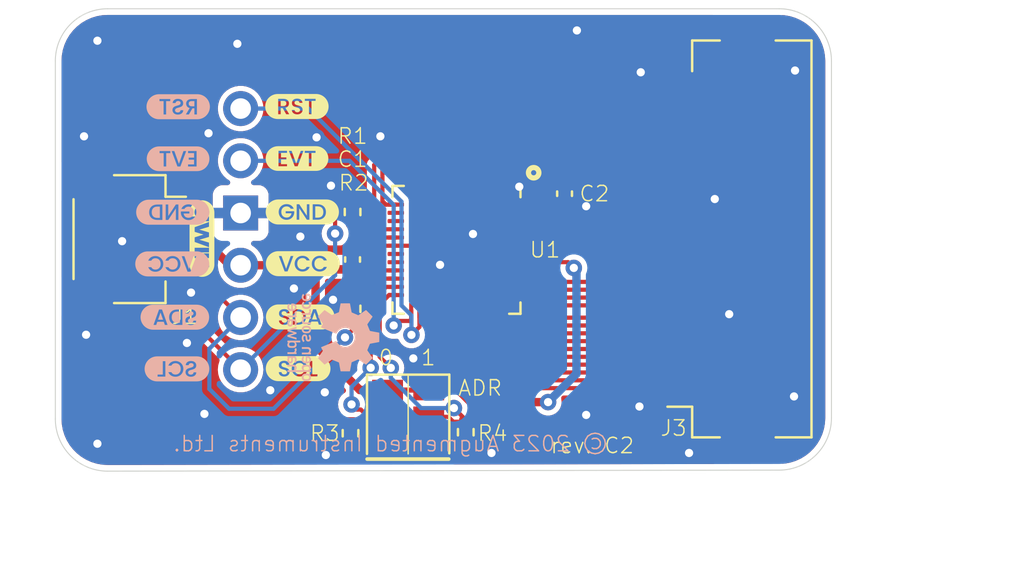
<source format=kicad_pcb>
(kicad_pcb (version 20221018) (generator pcbnew)
  (title_block (title "TRILL-FLEX-BASE") (date "2022-10-31") (rev "C2") (company "BELA / Augmented Instruments Ltd.") (comment 1 "https://bela.io"))
  (layers (0 "F.Cu" signal) (31 "B.Cu" signal) (34 "B.Paste" user) (35 "F.Paste" user) (36 "B.SilkS" user "B.Silkscreen") (37 "F.SilkS" user "F.Silkscreen") (38 "B.Mask" user) (39 "F.Mask" user) (44 "Edge.Cuts" user))
  (net 0 "")
  (net 1 "GND")
  (net 2 "VCC")
  (net 3 "Net-(U1-(INT)P0[1])")
  (net 4 "/EVENT")
  (net 5 "/SENSE19")
  (net 6 "/SENSE20")
  (net 7 "/SENSE21")
  (net 8 "/SENSE22")
  (net 9 "/SENSE23")
  (net 10 "/SENSE24")
  (net 11 "/SENSE29")
  (net 12 "/SENSE30")
  (net 13 "/SENSE4")
  (net 14 "/SENSE5")
  (net 15 "/SENSE6")
  (net 16 "/SENSE7")
  (net 17 "/SENSE8")
  (net 18 "/SENSE9")
  (net 19 "/SENSE10")
  (net 20 "/SENSE11")
  (net 21 "/SENSE16")
  (net 22 "/SENSE17")
  (net 23 "/SENSE18")
  (net 24 "/SENSE25")
  (net 25 "/SENSE26")
  (net 26 "/SENSE27")
  (net 27 "/SENSE28")
  (net 28 "/SENSE1")
  (net 29 "/XRES")
  (net 30 "/SENSE2")
  (net 31 "/SENSE3")
  (net 32 "/SENSE12")
  (net 33 "/SENSE13")
  (net 34 "/SENSE14")
  (net 35 "/SENSE15")
  (net 36 "/I2C_SCL")
  (net 37 "/I2C_SDA")
  (net 38 "/ADDR0")
  (net 39 "/ADDR1")
  (net 40 "Net-(U1-(PR{slash}SCL)P1[1])")
  (net 41 "Net-(U1-(PR{slash}SDA)P1[0])")
  (footprint "TRILL:I2C+EVT_RST_Wire_connector_THT" (layer "F.Cu") (at 138.5346 89.225)
    (fp_text reference "J2" hide)
    (fp_text value "Conn_01x06_Female")
    (pad "1" thru_hole rect (at 0.0254 0.005) (size 1.7 1.7) (drill 1) (layers "*.Mask" "F.Cu" "In1.Cu" "B.Cu") (net 1 "GND"))
    (pad "2" thru_hole oval (at 0.0254 2.545) (size 1.7 1.7) (drill 1) (layers "*.Cu" "*.Mask") (net 2 "VCC"))
    (pad "3" thru_hole oval (at 0.0254 5.085) (size 1.7 1.7) (drill 1) (layers "*.Cu" "*.Mask") (net 37 "/I2C_SDA"))
    (pad "4" thru_hole oval (at 0.0254 7.625) (size 1.7 1.7) (drill 1) (layers "*.Cu" "*.Mask") (net 36 "/I2C_SCL"))
    (pad "5" thru_hole oval (at 0.0254 -2.535) (size 1.7 1.7) (drill 1) (layers "*.Cu" "*.Mask") (net 4 "/EVENT"))
    (pad "6" thru_hole oval (at 0.0254 -5.075) (size 1.7 1.7) (drill 1) (layers "*.Cu" "*.Mask") (net 29 "/XRES"))
  )
  (footprint "TRILL:qwiic_horizontal_SMD" (layer "F.Cu") (at 132.755 90.43 -90)
    (fp_text reference "J1" (at 3.82 -3.095 unlocked) (layer "F.SilkS") (effects (font (size 0.75 0.75) (thickness 0.07))))
    (fp_text value "Conn_01x04_MountingPin")
    (pad "1" smd roundrect (at -1.43 -2.37 270) (size 0.6 1.55) (layers "F.Cu" "F.Paste" "F.Mask") (net 1 "GND"))
    (pad "2" smd roundrect (at -0.43 -2.37 270) (size 0.6 1.55) (layers "F.Cu" "F.Paste" "F.Mask") (net 2 "VCC"))
    (pad "3" smd roundrect (at 0.57 -2.37 270) (size 0.6 1.55) (layers "F.Cu" "F.Paste" "F.Mask") (net 37 "/I2C_SDA"))
    (pad "4" smd roundrect (at 1.57 -2.37 270) (size 0.6 1.55) (layers "F.Cu" "F.Paste" "F.Mask") (net 36 "/I2C_SCL"))
    (pad "MP" smd roundrect (at -2.73 1.505 270) (size 1.2 1.8) (layers "F.Cu" "F.Paste" "F.Mask") (roundrect_rratio 0.2083333333) (net 1 "GND"))
    (pad "MP" smd roundrect (at 2.87 1.505 270) (size 1.2 1.8) (layers "F.Cu" "F.Paste" "F.Mask") (roundrect_rratio 0.2083333333) (net 1 "GND"))
  )
  (footprint "Capacitor_SMD:C_0402_1005Metric" (layer "F.Cu") (at 144 91.49 -90)
    (fp_text reference "C1" (at -4.875 0) (layer "F.SilkS") (effects (font (size 0.75 0.75) (thickness 0.07))))
    (fp_text value "0.1u")
    (pad "1" smd roundrect (at -0.48 0 270) (size 0.56 0.62) (layers "F.Cu" "F.Paste" "F.Mask") (net 1 "GND"))
    (pad "2" smd roundrect (at 0.48 0 270) (size 0.56 0.62) (layers "F.Cu" "F.Paste" "F.Mask") (net 2 "VCC"))
  )
  (footprint "Capacitor_SMD:C_0402_1005Metric" (layer "F.Cu") (at 154.3 88.29 -90)
    (fp_text reference "C2" (at 0 -1.45) (layer "F.SilkS") (effects (font (size 0.75 0.75) (thickness 0.07))))
    (fp_text value "2.2n")
    (pad "1" smd roundrect (at -0.48 0 270) (size 0.56 0.62) (layers "F.Cu" "F.Paste" "F.Mask") (net 3 "Net-(U1-(INT)P0[1])"))
    (pad "2" smd roundrect (at 0.48 0 270) (size 0.56 0.62) (layers "F.Cu" "F.Paste" "F.Mask") (net 1 "GND"))
  )
  (footprint "TRILL:QFN-48-1EP_6x6mm_P0.4mm_EP4.6x4.6mm" (layer "F.Cu") (at 149.0488 91.0212 -90)
    (fp_text reference "U1" (at 0 -4.3) (layer "F.SilkS") (effects (font (size 0.75 0.75) (thickness 0.07))))
    (fp_text value "CY8C20666A-24LQXI")
    (pad "1" smd roundrect (at -2.95 -2.2 270) (size 0.8 0.2) (layers "F.Cu" "F.Paste" "F.Mask"))
    (pad "2" smd roundrect (at -2.95 -1.8 270) (size 0.8 0.2) (layers "F.Cu" "F.Paste" "F.Mask") (net 23 "/SENSE18"))
    (pad "3" smd roundrect (at -2.95 -1.4 270) (size 0.8 0.2) (layers "F.Cu" "F.Paste" "F.Mask") (net 5 "/SENSE19"))
    (pad "4" smd roundrect (at -2.95 -1 270) (size 0.8 0.2) (layers "F.Cu" "F.Paste" "F.Mask") (net 6 "/SENSE20"))
    (pad "5" smd roundrect (at -2.95 -0.6 270) (size 0.8 0.2) (layers "F.Cu" "F.Paste" "F.Mask") (net 7 "/SENSE21"))
    (pad "6" smd roundrect (at -2.95 -0.2 270) (size 0.8 0.2) (layers "F.Cu" "F.Paste" "F.Mask") (net 8 "/SENSE22"))
    (pad "7" smd roundrect (at -2.95 0.2 270) (size 0.8 0.2) (layers "F.Cu" "F.Paste" "F.Mask") (net 9 "/SENSE23"))
    (pad "8" smd roundrect (at -2.95 0.6 270) (size 0.8 0.2) (layers "F.Cu" "F.Paste" "F.Mask") (net 10 "/SENSE24"))
    (pad "9" smd roundrect (at -2.95 1 270) (size 0.8 0.2) (layers "F.Cu" "F.Paste" "F.Mask") (net 24 "/SENSE25"))
    (pad "10" smd roundrect (at -2.95 1.4 270) (size 0.8 0.2) (layers "F.Cu" "F.Paste" "F.Mask") (net 25 "/SENSE26"))
    (pad "11" smd roundrect (at -2.95 1.8 270) (size 0.8 0.2) (layers "F.Cu" "F.Paste" "F.Mask") (net 26 "/SENSE27"))
    (pad "12" smd roundrect (at -2.95 2.2 270) (size 0.8 0.2) (layers "F.Cu" "F.Paste" "F.Mask") (net 27 "/SENSE28"))
    (pad "13" smd roundrect (at -2.2 2.95 270) (size 0.2 0.8) (layers "F.Cu" "F.Paste" "F.Mask") (net 11 "/SENSE29"))
    (pad "14" smd roundrect (at -1.8 2.95 270) (size 0.2 0.8) (layers "F.Cu" "F.Paste" "F.Mask"))
    (pad "15" smd roundrect (at -1.4 2.95 270) (size 0.2 0.8) (layers "F.Cu" "F.Paste" "F.Mask"))
    (pad "16" smd roundrect (at -1 2.95 270) (size 0.2 0.8) (layers "F.Cu" "F.Paste" "F.Mask") (net 12 "/SENSE30"))
    (pad "17" smd roundrect (at -0.6 2.95 270) (size 0.2 0.8) (layers "F.Cu" "F.Paste" "F.Mask") (net 40 "Net-(U1-(PR{slash}SCL)P1[1])"))
    (pad "18" smd roundrect (at -0.2 2.95 270) (size 0.2 0.8) (layers "F.Cu" "F.Paste" "F.Mask") (net 1 "GND"))
    (pad "19" smd roundrect (at 0.2 2.95 270) (size 0.2 0.8) (layers "F.Cu" "F.Paste" "F.Mask"))
    (pad "20" smd roundrect (at 0.6 2.95 270) (size 0.2 0.8) (layers "F.Cu" "F.Paste" "F.Mask"))
    (pad "21" smd roundrect (at 1 2.95 270) (size 0.2 0.8) (layers "F.Cu" "F.Paste" "F.Mask") (net 2 "VCC"))
    (pad "22" smd roundrect (at 1.4 2.95 270) (size 0.2 0.8) (layers "F.Cu" "F.Paste" "F.Mask") (net 41 "Net-(U1-(PR{slash}SDA)P1[0])"))
    (pad "23" smd roundrect (at 1.8 2.95 270) (size 0.2 0.8) (layers "F.Cu" "F.Paste" "F.Mask") (net 38 "/ADDR0"))
    (pad "24" smd roundrect (at 2.2 2.95 270) (size 0.2 0.8) (layers "F.Cu" "F.Paste" "F.Mask") (net 39 "/ADDR1"))
    (pad "25" smd roundrect (at 2.95 2.2 270) (size 0.8 0.2) (layers "F.Cu" "F.Paste" "F.Mask") (net 4 "/EVENT"))
    (pad "26" smd roundrect (at 2.95 1.8 270) (size 0.8 0.2) (layers "F.Cu" "F.Paste" "F.Mask") (net 29 "/XRES"))
    (pad "27" smd roundrect (at 2.95 1.4 270) (size 0.8 0.2) (layers "F.Cu" "F.Paste" "F.Mask") (net 28 "/SENSE1"))
    (pad "28" smd roundrect (at 2.95 1 270) (size 0.8 0.2) (layers "F.Cu" "F.Paste" "F.Mask") (net 30 "/SENSE2"))
    (pad "29" smd roundrect (at 2.95 0.6 270) (size 0.8 0.2) (layers "F.Cu" "F.Paste" "F.Mask") (net 31 "/SENSE3"))
    (pad "30" smd roundrect (at 2.95 0.2 270) (size 0.8 0.2) (layers "F.Cu" "F.Paste" "F.Mask") (net 13 "/SENSE4"))
    (pad "31" smd roundrect (at 2.95 -0.2 270) (size 0.8 0.2) (layers "F.Cu" "F.Paste" "F.Mask") (net 14 "/SENSE5"))
    (pad "32" smd roundrect (at 2.95 -0.6 270) (size 0.8 0.2) (layers "F.Cu" "F.Paste" "F.Mask") (net 15 "/SENSE6"))
    (pad "33" smd roundrect (at 2.95 -1 270) (size 0.8 0.2) (layers "F.Cu" "F.Paste" "F.Mask") (net 16 "/SENSE7"))
    (pad "34" smd roundrect (at 2.95 -1.4 270) (size 0.8 0.2) (layers "F.Cu" "F.Paste" "F.Mask") (net 17 "/SENSE8"))
    (pad "35" smd roundrect (at 2.95 -1.8 270) (size 0.8 0.2) (layers "F.Cu" "F.Paste" "F.Mask") (net 18 "/SENSE9"))
    (pad "36" smd roundrect (at 2.95 -2.2 270) (size 0.8 0.2) (layers "F.Cu" "F.Paste" "F.Mask") (net 19 "/SENSE10"))
    (pad "37" smd roundrect (at 2.2 -2.95 270) (size 0.2 0.8) (layers "F.Cu" "F.Paste" "F.Mask") (net 20 "/SENSE11"))
    (pad "38" smd roundrect (at 1.8 -2.95 270) (size 0.2 0.8) (layers "F.Cu" "F.Paste" "F.Mask") (net 32 "/SENSE12"))
    (pad "39" smd roundrect (at 1.4 -2.95 270) (size 0.2 0.8) (layers "F.Cu" "F.Paste" "F.Mask") (net 33 "/SENSE13"))
    (pad "40" smd roundrect (at 1 -2.95 270) (size 0.2 0.8) (layers "F.Cu" "F.Paste" "F.Mask") (net 34 "/SENSE14"))
    (pad "41" smd roundrect (at 0.6 -2.95 270) (size 0.2 0.8) (layers "F.Cu" "F.Paste" "F.Mask") (net 2 "VCC"))
    (pad "42" smd roundrect (at 0.2 -2.95 270) (size 0.2 0.8) (layers "F.Cu" "F.Paste" "F.Mask"))
    (pad "43" smd roundrect (at -0.2 -2.95 270) (size 0.2 0.8) (layers "F.Cu" "F.Paste" "F.Mask"))
    (pad "44" smd roundrect (at -0.6 -2.95 270) (size 0.2 0.8) (layers "F.Cu" "F.Paste" "F.Mask") (net 35 "/SENSE15"))
    (pad "45" smd roundrect (at -1 -2.95 270) (size 0.2 0.8) (layers "F.Cu" "F.Paste" "F.Mask") (net 21 "/SENSE16"))
    (pad "46" smd roundrect (at -1.4 -2.95 270) (size 0.2 0.8) (layers "F.Cu" "F.Paste" "F.Mask") (net 22 "/SENSE17"))
    (pad "47" smd roundrect (at -1.8 -2.95 270) (size 0.2 0.8) (layers "F.Cu" "F.Paste" "F.Mask") (net 1 "GND"))
    (pad "48" smd roundrect (at -2.2 -2.95 270) (size 0.2 0.8) (layers "F.Cu" "F.Paste" "F.Mask") (net 3 "Net-(U1-(INT)P0[1])"))
    (pad "49" smd rect (at 0 0 270) (size 4.6 4.6) (layers "F.Cu" "F.Mask") (net 1 "GND"))
  )
  (footprint "Connector_FFC-FPC:Hirose_FH12-32S-0.5SH_1x32-1MP_P0.50mm_Horizontal" (layer "F.Cu") (at 161.8 90.49 90)
    (fp_text reference "J3" (at -9.2 -2.2) (layer "F.SilkS") (effects (font (size 0.75 0.75) (thickness 0.07))))
    (fp_text value "Conn_01x32")
    (pad "1" smd rect (at -7.75 -1.85 90) (size 0.3 1.3) (layers "F.Cu" "F.Paste" "F.Mask") (net 1 "GND"))
    (pad "2" smd rect (at -7.25 -1.85 90) (size 0.3 1.3) (layers "F.Cu" "F.Paste" "F.Mask") (net 28 "/SENSE1"))
    (pad "3" smd rect (at -6.75 -1.85 90) (size 0.3 1.3) (layers "F.Cu" "F.Paste" "F.Mask") (net 30 "/SENSE2"))
    (pad "4" smd rect (at -6.25 -1.85 90) (size 0.3 1.3) (layers "F.Cu" "F.Paste" "F.Mask") (net 31 "/SENSE3"))
    (pad "5" smd rect (at -5.75 -1.85 90) (size 0.3 1.3) (layers "F.Cu" "F.Paste" "F.Mask") (net 13 "/SENSE4"))
    (pad "6" smd rect (at -5.25 -1.85 90) (size 0.3 1.3) (layers "F.Cu" "F.Paste" "F.Mask") (net 14 "/SENSE5"))
    (pad "7" smd rect (at -4.75 -1.85 90) (size 0.3 1.3) (layers "F.Cu" "F.Paste" "F.Mask") (net 15 "/SENSE6"))
    (pad "8" smd rect (at -4.25 -1.85 90) (size 0.3 1.3) (layers "F.Cu" "F.Paste" "F.Mask") (net 16 "/SENSE7"))
    (pad "9" smd rect (at -3.75 -1.85 90) (size 0.3 1.3) (layers "F.Cu" "F.Paste" "F.Mask") (net 17 "/SENSE8"))
    (pad "10" smd rect (at -3.25 -1.85 90) (size 0.3 1.3) (layers "F.Cu" "F.Paste" "F.Mask") (net 18 "/SENSE9"))
    (pad "11" smd rect (at -2.75 -1.85 90) (size 0.3 1.3) (layers "F.Cu" "F.Paste" "F.Mask") (net 19 "/SENSE10"))
    (pad "12" smd rect (at -2.25 -1.85 90) (size 0.3 1.3) (layers "F.Cu" "F.Paste" "F.Mask") (net 20 "/SENSE11"))
    (pad "13" smd rect (at -1.75 -1.85 90) (size 0.3 1.3) (layers "F.Cu" "F.Paste" "F.Mask") (net 32 "/SENSE12"))
    (pad "14" smd rect (at -1.25 -1.85 90) (size 0.3 1.3) (layers "F.Cu" "F.Paste" "F.Mask") (net 33 "/SENSE13"))
    (pad "15" smd rect (at -0.75 -1.85 90) (size 0.3 1.3) (layers "F.Cu" "F.Paste" "F.Mask") (net 34 "/SENSE14"))
    (pad "16" smd rect (at -0.25 -1.85 90) (size 0.3 1.3) (layers "F.Cu" "F.Paste" "F.Mask") (net 35 "/SENSE15"))
    (pad "17" smd rect (at 0.25 -1.85 90) (size 0.3 1.3) (layers "F.Cu" "F.Paste" "F.Mask") (net 21 "/SENSE16"))
    (pad "18" smd rect (at 0.75 -1.85 90) (size 0.3 1.3) (layers "F.Cu" "F.Paste" "F.Mask") (net 22 "/SENSE17"))
    (pad "19" smd rect (at 1.25 -1.85 90) (size 0.3 1.3) (layers "F.Cu" "F.Paste" "F.Mask") (net 23 "/SENSE18"))
    (pad "20" smd rect (at 1.75 -1.85 90) (size 0.3 1.3) (layers "F.Cu" "F.Paste" "F.Mask") (net 5 "/SENSE19"))
    (pad "21" smd rect (at 2.25 -1.85 90) (size 0.3 1.3) (layers "F.Cu" "F.Paste" "F.Mask") (net 6 "/SENSE20"))
    (pad "22" smd rect (at 2.75 -1.85 90) (size 0.3 1.3) (layers "F.Cu" "F.Paste" "F.Mask") (net 7 "/SENSE21"))
    (pad "23" smd rect (at 3.25 -1.85 90) (size 0.3 1.3) (layers "F.Cu" "F.Paste" "F.Mask") (net 8 "/SENSE22"))
    (pad "24" smd rect (at 3.75 -1.85 90) (size 0.3 1.3) (layers "F.Cu" "F.Paste" "F.Mask") (net 9 "/SENSE23"))
    (pad "25" smd rect (at 4.25 -1.85 90) (size 0.3 1.3) (layers "F.Cu" "F.Paste" "F.Mask") (net 10 "/SENSE24"))
    (pad "26" smd rect (at 4.75 -1.85 90) (size 0.3 1.3) (layers "F.Cu" "F.Paste" "F.Mask") (net 24 "/SENSE25"))
    (pad "27" smd rect (at 5.25 -1.85 90) (size 0.3 1.3) (layers "F.Cu" "F.Paste" "F.Mask") (net 25 "/SENSE26"))
    (pad "28" smd rect (at 5.75 -1.85 90) (size 0.3 1.3) (layers "F.Cu" "F.Paste" "F.Mask") (net 26 "/SENSE27"))
    (pad "29" smd rect (at 6.25 -1.85 90) (size 0.3 1.3) (layers "F.Cu" "F.Paste" "F.Mask") (net 27 "/SENSE28"))
    (pad "30" smd rect (at 6.75 -1.85 90) (size 0.3 1.3) (layers "F.Cu" "F.Paste" "F.Mask") (net 11 "/SENSE29"))
    (pad "31" smd rect (at 7.25 -1.85 90) (size 0.3 1.3) (layers "F.Cu" "F.Paste" "F.Mask") (net 12 "/SENSE30"))
    (pad "32" smd rect (at 7.75 -1.85 90) (size 0.3 1.3) (layers "F.Cu" "F.Paste" "F.Mask") (net 1 "GND"))
    (pad "MP" smd rect (at -9.65 1.4 90) (size 1.8 2.2) (layers "F.Cu" "F.Paste" "F.Mask") (net 1 "GND"))
    (pad "MP" smd rect (at 9.65 1.4 90) (size 1.8 2.2) (layers "F.Cu" "F.Paste" "F.Mask") (net 1 "GND"))
  )
  (footprint "Resistor_SMD:R_0402_1005Metric" (layer "F.Cu") (at 144 89.18 90)
    (fp_text reference "R1" (at 3.69 0) (layer "F.SilkS") (effects (font (size 0.75 0.75) (thickness 0.07))))
    (fp_text value "100")
    (pad "1" smd roundrect (at -0.51 0 90) (size 0.54 0.64) (layers "F.Cu" "F.Paste" "F.Mask") (net 40 "Net-(U1-(PR{slash}SCL)P1[1])"))
    (pad "2" smd roundrect (at 0.51 0 90) (size 0.54 0.64) (layers "F.Cu" "F.Paste" "F.Mask") (net 36 "/I2C_SCL"))
  )
  (footprint "Resistor_SMD:R_0402_1005Metric" (layer "F.Cu") (at 144 93.89 -90)
    (fp_text reference "R2" (at -6.125 -0.05) (layer "F.SilkS") (effects (font (size 0.75 0.75) (thickness 0.07))))
    (fp_text value "100")
    (pad "1" smd roundrect (at -0.51 0 270) (size 0.54 0.64) (layers "F.Cu" "F.Paste" "F.Mask") (net 41 "Net-(U1-(PR{slash}SDA)P1[0])"))
    (pad "2" smd roundrect (at 0.51 0 270) (size 0.54 0.64) (layers "F.Cu" "F.Paste" "F.Mask") (net 37 "/I2C_SDA"))
  )
  (footprint "Resistor_SMD:R_0402_1005Metric" (layer "F.Cu") (at 143.9 99.94 -90)
    (fp_text reference "R3" (at 0 1.25) (layer "F.SilkS") (effects (font (size 0.75 0.75) (thickness 0.07))))
    (fp_text value "47k")
    (pad "1" smd roundrect (at -0.51 0 270) (size 0.54 0.64) (layers "F.Cu" "F.Paste" "F.Mask") (net 38 "/ADDR0"))
    (pad "2" smd roundrect (at 0.51 0 270) (size 0.54 0.64) (layers "F.Cu" "F.Paste" "F.Mask") (net 1 "GND"))
  )
  (footprint "Resistor_SMD:R_0402_1005Metric" (layer "F.Cu") (at 149.5 99.89 -90)
    (fp_text reference "R4" (at 0.05 -1.3) (layer "F.SilkS") (effects (font (size 0.75 0.75) (thickness 0.07))))
    (fp_text value "47k")
    (pad "1" smd roundrect (at -0.51 0 270) (size 0.54 0.64) (layers "F.Cu" "F.Paste" "F.Mask") (net 39 "/ADDR1"))
    (pad "2" smd roundrect (at 0.51 0 270) (size 0.54 0.64) (layers "F.Cu" "F.Paste" "F.Mask") (net 1 "GND"))
  )
  (footprint "TRILL:SolderJumper-2x3_P1.3mm_Open_Pad1.0x1.5mm" (layer "F.Cu") (at 145.7 99.14 -90)
    (fp_text reference "JP1" hide)
    (fp_text value "Jumper_2x3_Open")
    (fp_text user "0" (at -2.4384 0.4826) (layer "F.SilkS") (effects (font (size 0.75 0.75) (thickness 0.07)) (justify left bottom)))
    (fp_text user "1" (at -2.4384 -1.5748) (layer "F.SilkS") (effects (font (size 0.75 0.75) (thickness 0.07)) (justify left bottom)))
    (pad "1" smd rect (at -1.3 0 270) (size 1 1.5) (layers "F.Cu" "F.Mask") (net 2 "VCC"))
    (pad "2" smd rect (at 0 0 270) (size 1 1.5) (layers "F.Cu" "F.Mask") (net 38 "/ADDR0"))
    (pad "3" smd rect (at 1.3 0 270) (size 1 1.5) (layers "F.Cu" "F.Mask") (net 1 "GND"))
    (pad "4" smd rect (at -1.3 -2 270) (size 1 1.5) (layers "F.Cu" "F.Mask") (net 2 "VCC"))
    (pad "5" smd rect (at 0 -2 270) (size 1 1.5) (layers "F.Cu" "F.Mask") (net 39 "/ADDR1"))
    (pad "6" smd rect (at 1.3 -2 270) (size 1 1.5) (layers "F.Cu" "F.Mask") (net 1 "GND"))
  )
  (footprint "TRILL:OpenSourceHardware_Logo" (layer "B.Cu") (at 142.519058 95.268326 90)
    (fp_text reference "G5" hide)
    (fp_text value "OpenSourceHardware_Logo")
  )
  (gr_line (start 164.728948 79.296052) (end 132.096052 79.296052) (stroke (width 0.05)) (layer "Edge.Cuts"))
  (gr_arc (start 129.556052 81.836052) (mid 130.299986 80.039986) (end 132.096052 79.296052) (stroke (width 0.05)) (layer "Edge.Cuts"))
  (gr_line (start 129.556052 99.243948) (end 129.556052 81.836052) (stroke (width 0.05)) (layer "Edge.Cuts"))
  (gr_line (start 164.728948 101.733948) (end 132.096052 101.783948) (stroke (width 0.05)) (layer "Edge.Cuts"))
  (gr_line (start 167.268948 81.836052) (end 167.268948 99.193948) (stroke (width 0.05)) (layer "Edge.Cuts"))
  (gr_arc (start 132.096052 101.783948) (mid 130.299986 101.040014) (end 129.556052 99.243948) (stroke (width 0.05)) (layer "Edge.Cuts"))
  (gr_arc (start 167.268948 99.193948) (mid 166.525014 100.990014) (end 164.728948 101.733948) (stroke (width 0.05)) (layer "Edge.Cuts"))
  (gr_arc (start 164.728948 79.296052) (mid 166.525014 80.039986) (end 167.268948 81.836052) (stroke (width 0.05)) (layer "Edge.Cuts"))
  (gr_text "© 2023 Augmented Instruments Ltd." (at 156.474 100.89) (layer "B.SilkS") (effects (font (size 0.75 0.75) (thickness 0.07)) (justify left bottom mirror)))
  (gr_text "ADR" (at 150.2 97.74) (layer "F.SilkS") (effects (font (size 0.75 0.75) (thickness 0.07))))
  (gr_text "rev. ${REVISION}" (at 155.65 100.54) (layer "F.SilkS") (effects (font (size 0.75 0.75) (thickness 0.07))))
  (segment (start 146.1088 90.8212) (end 146.8488 90.8212) (width 0.2032) (layer "F.Cu") (net 1))
  (segment (start 131.345 89.43) (end 131.3 89.385) (width 0.25) (layer "F.Cu") (net 1))
  (segment (start 132.645 89.43) (end 131.345 89.43) (width 0.25) (layer "F.Cu") (net 1))
  (segment (start 135.660356 89.005) (end 133.07 89.005) (width 0.25) (layer "F.Cu") (net 1))
  (segment (start 144.7688 90.8212) (end 144.58 91.01) (width 0.2032) (layer "F.Cu") (net 1))
  (segment (start 133.07 89.005) (end 132.645 89.43) (width 0.25) (layer "F.Cu") (net 1))
  (segment (start 141.461 90.376) (end 140.315 89.23) (width 0.4064) (layer "F.Cu") (net 1))
  (segment (start 159.3908 82.7632) (end 158.3803 82.7632) (width 0.25) (layer "F.Cu") (net 1))
  (segment (start 142.7 101) (end 143.25 100.45) (width 0.25) (layer "F.Cu") (net 1))
  (segment (start 141.461 90.376) (end 142.095 91.01) (width 0.4064) (layer "F.Cu") (net 1))
  (segment (start 149.5 100.4) (end 147.74 100.4) (width 0.25) (layer "F.Cu") (net 1))
  (segment (start 146.8488 90.8212) (end 147.2488 90.4212) (width 0.2032) (layer "F.Cu") (net 1))
  (segment (start 143.25 100.45) (end 143.9 100.45) (width 0.25) (layer "F.Cu") (net 1))
  (segment (start 142.095 91.01) (end 144 91.01) (width 0.4064) (layer "F.Cu") (net 1))
  (segment (start 153.2288 89.2212) (end 150.8488 89.2212) (width 0.2032) (layer "F.Cu") (net 1))
  (segment (start 145.7 100.44) (end 143.91 100.44) (width 0.25) (layer "F.Cu") (net 1))
  (segment (start 144.58 91.01) (end 144 91.01) (width 0.2032) (layer "F.Cu") (net 1))
  (segment (start 131.345 89.43) (end 131.3 89.475) (width 0.25) (layer "F.Cu") (net 1))
  (segment (start 140.315 89.23) (end 136.88 89.23) (width 0.4064) (layer "F.Cu") (net 1))
  (segment (start 147.2488 90.4212) (end 146.896 90.774) (width 0.25) (layer "F.Cu") (net 1))
  (segment (start 146.1088 90.8212) (end 144.7688 90.8212) (width 0.2032) (layer "F.Cu") (net 1))
  (segment (start 158.3803 82.7632) (end 158.0023 82.3852) (width 0.25) (layer "F.Cu") (net 1))
  (segment (start 136.88 89.23) (end 136.65 89) (width 0.4064) (layer "F.Cu") (net 1))
  (segment (start 150.25 100.4) (end 149.5 100.4) (width 0.25) (layer "F.Cu") (net 1))
  (segment (start 150.75 100.9) (end 150.25 100.4) (width 0.25) (layer "F.Cu") (net 1))
  (segment (start 153.68 88.77) (end 154.3 88.77) (width 0.25) (layer "F.Cu") (net 1))
  (segment (start 145.7 100.44) (end 147.7 100.44) (width 0.25) (layer "F.Cu") (net 1))
  (segment (start 131.3 89.475) (end 131.3 93.235) (width 0.25) (layer "F.Cu") (net 1))
  (segment (start 136.65 89) (end 135.175 89) (width 0.4064) (layer "F.Cu") (net 1))
  (segment (start 149.52 90.55) (end 149.7 90.55) (width 0.25) (layer "F.Cu") (net 1))
  (segment (start 158.2533 98.2632) (end 159.3908 98.2632) (width 0.25) (layer "F.Cu") (net 1))
  (segment (start 153.4 89.05) (end 153.2288 89.2212) (width 0.2032) (layer "F.Cu") (net 1))
  (segment (start 131.3 89.385) (end 131.3 87.7) (width 0.25) (layer "F.Cu") (net 1))
  (segment (start 153.4 89.05) (end 153.68 88.77) (width 0.25) (layer "F.Cu") (net 1))
  (segment (start 157.9388 98.5777) (end 158.2533 98.2632) (width 0.25) (layer "F.Cu") (net 1))
  (segment (start 147.74 100.4) (end 147.7 100.44) (width 0.25) (layer "F.Cu") (net 1))
  (segment (start 143.91 100.44) (end 143.9 100.45) (width 0.25) (layer "F.Cu") (net 1))
  (segment (start 149.7 90.55) (end 149.7 90.37) (width 0.25) (layer "F.Cu") (net 1))
  (via (at 142.65 97.95) (size 0.8) (drill 0.4) (layers "F.Cu" "B.Cu") (net 1))
  (via (at 140 97.85) (size 0.8) (drill 0.4) (layers "F.Cu" "B.Cu") (net 1))
  (via (at 155.35 88.9) (size 0.8) (drill 0.4) (layers "F.Cu" "B.Cu") (net 1))
  (via (at 143.05 93.45) (size 0.8) (drill 0.4) (layers "F.Cu" "B.Cu") (net 1))
  (via (at 137 85.35) (size 0.8) (drill 0.4) (layers "F.Cu" "B.Cu") (net 1))
  (via (at 149.85 90.25) (size 0.8) (drill 0.4) (layers "F.Cu" "B.Cu") (net 1))
  (via (at 165.45 98.15) (size 0.8) (drill 0.4) (layers "F.Cu" "B.Cu") (net 1))
  (via (at 160.35 100.9) (size 0.8) (drill 0.4) (layers "F.Cu" "B.Cu") (net 1))
  (via (at 132.8 90.6) (size 0.8) (drill 0.4) (layers "F.Cu" "B.Cu") (net 1))
  (via (at 152.1 87.95) (size 0.8) (drill 0.4) (layers "F.Cu" "B.Cu") (net 1))
  (via (at 155.35 99.05) (size 0.8) (drill 0.4) (layers "F.Cu" "B.Cu") (net 1))
  (via (at 136.8 99) (size 0.8) (drill 0.4) (layers "F.Cu" "B.Cu") (net 1))
  (via (at 157.9388 98.6412) (size 0.8) (drill 0.4) (layers "F.Cu" "B.Cu") (net 1))
  (via (at 161.6 88.55) (size 0.8) (drill 0.4) (layers "F.Cu" "B.Cu") (net 1))
  (via (at 138.4 81) (size 0.8) (drill 0.4) (layers "F.Cu" "B.Cu") (net 1))
  (via (at 158.0023 82.3852) (size 0.8) (drill 0.4) (layers "F.Cu" "B.Cu") (net 1))
  (via (at 150.75 100.9) (size 0.8) (drill 0.4) (layers "F.Cu" "B.Cu") (net 1))
  (via (at 135.95 95.55) (size 0.8) (drill 0.4) (layers "F.Cu" "B.Cu") (net 1))
  (via (at 141.461 90.376) (size 0.8) (drill 0.4) (layers "F.Cu" "B.Cu") (net 1))
  (via (at 142.7 101) (size 0.8) (drill 0.4) (layers "F.Cu" "B.Cu") (net 1))
  (via (at 130.95 85.5) (size 0.8) (drill 0.4) (layers "F.Cu" "B.Cu") (net 1))
  (via (at 142.95 87.9) (size 0.8) (drill 0.4) (layers "F.Cu" "B.Cu") (net 1))
  (via (at 146.95 96.3) (size 0.8) (drill 0.4) (layers "F.Cu" "B.Cu") (net 1))
  (via (at 131.05 95.15) (size 0.8) (drill 0.4) (layers "F.Cu" "B.Cu") (net 1))
  (via (at 154.9 80.35) (size 0.8) (drill 0.4) (layers "F.Cu" "B.Cu") (net 1))
  (via (at 142.25 85.55) (size 0.8) (drill 0.4) (layers "F.Cu" "B.Cu") (net 1))
  (via (at 136.15 93.1) (size 0.8) (drill 0.4) (layers "F.Cu" "B.Cu") (net 1))
  (via (at 148.25 91.75) (size 0.8) (drill 0.4) (layers "F.Cu" "B.Cu") (net 1))
  (via (at 165.5 82.3) (size 0.8) (drill 0.4) (layers "F.Cu" "B.Cu") (net 1))
  (via (at 131.6 100.45) (size 0.8) (drill 0.4) (layers "F.Cu" "B.Cu") (net 1))
  (via (at 145.35 85.5) (size 0.8) (drill 0.4) (layers "F.Cu" "B.Cu") (net 1))
  (via (at 131.6 80.85) (size 0.8) (drill 0.4) (layers "F.Cu" "B.Cu") (net 1))
  (via (at 141.15 92.9) (size 0.8) (drill 0.4) (layers "F.Cu" "B.Cu") (net 1))
  (via (at 162.3 94.15) (size 0.8) (drill 0.4) (layers "F.Cu" "B.Cu") (net 1))
  (segment (start 144 91.97) (end 140.805 91.97) (width 0.4064) (layer "F.Cu") (net 2))
  (segment (start 140.605 91.77) (end 138.03 91.77) (width 0.4064) (layer "F.Cu") (net 2))
  (segment (start 142.2 91.97) (end 142.2 95.685499) (width 0.4064) (layer "F.Cu") (net 2))
  (segment (start 142.2 95.685499) (end 144.354501 97.84) (width 0.4064) (layer "F.Cu") (net 2))
  (segment (start 144.354501 97.84) (end 145.7 97.84) (width 0.4064) (layer "F.Cu") (net 2))
  (segment (start 154.75 91.9) (end 154.4712 91.6212) (width 0.2032) (layer "F.Cu") (net 2))
  (segment (start 140.805 91.97) (end 140.605 91.77) (width 0.4064) (layer "F.Cu") (net 2))
  (segment (start 144.68 91.97) (end 144.7312 92.0212) (width 0.2032) (layer "F.Cu") (net 2))
  (segment (start 153.49875 98.4269) (end 149.737953 98.4269) (width 0.4064) (layer "F.Cu") (net 2))
  (segment (start 144 91.97) (end 144.68 91.97) (width 0.2032) (layer "F.Cu") (net 2))
  (segment (start 144.7312 92.0212) (end 146.1088 92.0212) (width 0.2032) (layer "F.Cu") (net 2))
  (segment (start 149.151053 97.84) (end 147.7 97.84) (width 0.4064) (layer "F.Cu") (net 2))
  (segment (start 145.7 97.84) (end 147.7 97.84) (width 0.25) (layer "F.Cu") (net 2))
  (segment (start 138.03 91.77) (end 136.26 90) (width 0.4064) (layer "F.Cu") (net 2))
  (segment (start 154.4712 91.6212) (end 151.9888 91.6212) (width 0.2032) (layer "F.Cu") (net 2))
  (segment (start 144 91.97) (end 142.2 91.97) (width 0.4064) (layer "F.Cu") (net 2))
  (segment (start 149.737953 98.4269) (end 149.151053 97.84) (width 0.4064) (layer "F.Cu") (net 2))
  (segment (start 136.26 90) (end 135.175 90) (width 0.4064) (layer "F.Cu") (net 2))
  (via (at 154.75 91.9) (size 0.8) (drill 0.4) (layers "F.Cu" "B.Cu") (net 2))
  (via (at 153.49875 98.4269) (size 0.8) (drill 0.4) (layers "F.Cu" "B.Cu") (net 2))
  (segment (start 153.49875 98.4269) (end 154.8781 97.04755) (width 0.4064) (layer "B.Cu") (net 2))
  (segment (start 154.8781 97.04755) (end 154.8781 92.0281) (width 0.4064) (layer "B.Cu") (net 2))
  (segment (start 154.8781 92.0281) (end 154.75 91.9) (width 0.4064) (layer "B.Cu") (net 2))
  (segment (start 153.64 87.81) (end 154.3 87.81) (width 0.2032) (layer "F.Cu") (net 3))
  (segment (start 151.9888 88.8212) (end 152.6288 88.8212) (width 0.2032) (layer "F.Cu") (net 3))
  (segment (start 152.6288 88.8212) (end 153.64 87.81) (width 0.2032) (layer "F.Cu") (net 3))
  (segment (start 145.996448 94.7) (end 146.217631 94.478817) (width 0.2032) (layer "F.Cu") (net 4))
  (segment (start 146.8488 94.4012) (end 146.8488 93.9612) (width 0.2032) (layer "F.Cu") (net 4))
  (segment (start 146.217631 94.478817) (end 146.771183 94.478817) (width 0.2032) (layer "F.Cu") (net 4))
  (segment (start 146.771183 94.478817) (end 146.8488 94.4012) (width 0.2032) (layer "F.Cu") (net 4))
  (via (at 145.996448 94.7) (size 0.8) (drill 0.4) (layers "F.Cu" "B.Cu") (net 4))
  (segment (start 145.996448 94.7) (end 145.996448 88.836448) (width 0.2032) (layer "B.Cu") (net 4))
  (segment (start 145.996448 88.836448) (end 143.85 86.69) (width 0.2032) (layer "B.Cu") (net 4))
  (segment (start 143.85 86.69) (end 138.585764 86.69) (width 0.2032) (layer "B.Cu") (net 4))
  (segment (start 156.953378 88.7632) (end 154.890178 86.7) (width 0.2032) (layer "F.Cu") (net 5))
  (segment (start 159.3908 88.7632) (end 156.953378 88.7632) (width 0.2032) (layer "F.Cu") (net 5))
  (segment (start 150.4488 87.466542) (end 150.4488 88.0812) (width 0.2032) (layer "F.Cu") (net 5))
  (segment (start 154.890178 86.7) (end 151.215342 86.7) (width 0.2032) (layer "F.Cu") (net 5))
  (segment (start 151.215342 86.7) (end 150.4488 87.466542) (width 0.2032) (layer "F.Cu") (net 5))
  (segment (start 155.028994 86.3) (end 151.076526 86.3) (width 0.2032) (layer "F.Cu") (net 6))
  (segment (start 159.95 88.24) (end 156.968994 88.24) (width 0.2032) (layer "F.Cu") (net 6))
  (segment (start 156.968994 88.24) (end 155.028994 86.3) (width 0.2032) (layer "F.Cu") (net 6))
  (segment (start 150.0488 87.327726) (end 150.0488 88.0812) (width 0.2032) (layer "F.Cu") (net 6))
  (segment (start 151.076526 86.3) (end 150.0488 87.327726) (width 0.2032) (layer "F.Cu") (net 6))
  (segment (start 150.937711 85.9) (end 149.6488 87.188911) (width 0.2032) (layer "F.Cu") (net 7))
  (segment (start 149.6488 87.188911) (end 149.6488 88.0812) (width 0.2032) (layer "F.Cu") (net 7))
  (segment (start 157.036082 87.74) (end 155.196082 85.9) (width 0.2032) (layer "F.Cu") (net 7))
  (segment (start 155.196082 85.9) (end 150.937711 85.9) (width 0.2032) (layer "F.Cu") (net 7))
  (segment (start 159.95 87.74) (end 157.036082 87.74) (width 0.2032) (layer "F.Cu") (net 7))
  (segment (start 150.751756 85.5) (end 149.2488 87.002956) (width 0.2032) (layer "F.Cu") (net 8))
  (segment (start 155.33491 85.5) (end 150.751756 85.5) (width 0.2032) (layer "F.Cu") (net 8))
  (segment (start 159.95 87.24) (end 157.074898 87.24) (width 0.2032) (layer "F.Cu") (net 8))
  (segment (start 149.2488 87.002956) (end 149.2488 88.0812) (width 0.2032) (layer "F.Cu") (net 8))
  (segment (start 157.074898 87.24) (end 156.182511 86.347613) (width 0.2032) (layer "F.Cu") (net 8))
  (segment (start 156.182511 86.3476) (end 155.33491 85.5) (width 0.2032) (layer "F.Cu") (net 8))
  (segment (start 156.182511 86.347613) (end 156.182511 86.3476) (width 0.2032) (layer "F.Cu") (net 8))
  (segment (start 156.340327 85.9666) (end 155.492726 85.119) (width 0.2032) (layer "F.Cu") (net 9))
  (segment (start 159.95 86.74) (end 157.113714 86.74) (width 0.2032) (layer "F.Cu") (net 9))
  (segment (start 148.8488 86.86414) (end 148.8488 88.0812) (width 0.2032) (layer "F.Cu") (net 9))
  (segment (start 157.113714 86.74) (end 156.340327 85.966613) (width 0.2032) (layer "F.Cu") (net 9))
  (segment (start 156.340327 85.966613) (end 156.340327 85.9666) (width 0.2032) (layer "F.Cu") (net 9))
  (segment (start 150.593941 85.119) (end 148.8488 86.86414) (width 0.2032) (layer "F.Cu") (net 9))
  (segment (start 155.492726 85.119) (end 150.593941 85.119) (width 0.2032) (layer "F.Cu") (net 9))
  (segment (start 156.498143 85.5856) (end 155.650541 84.738) (width 0.2032) (layer "F.Cu") (net 10))
  (segment (start 159.95 86.24) (end 157.15253 86.24) (width 0.2032) (layer "F.Cu") (net 10))
  (segment (start 156.498143 85.585613) (end 156.498143 85.5856) (width 0.2032) (layer "F.Cu") (net 10))
  (segment (start 157.15253 86.24) (end 156.498143 85.585613) (width 0.2032) (layer "F.Cu") (net 10))
  (segment (start 148.4488 86.725325) (end 148.4488 88.0812) (width 0.2032) (layer "F.Cu") (net 10))
  (segment (start 150.436125 84.738) (end 148.4488 86.725325) (width 0.2032) (layer "F.Cu") (net 10))
  (segment (start 155.650541 84.738) (end 150.436125 84.738) (width 0.2032) (layer "F.Cu") (net 10))
  (segment (start 156.4562 82.833) (end 157.3632 83.74) (width 0.2032) (layer "F.Cu") (net 11))
  (segment (start 145.6212 88.8212) (end 145.45 88.65) (width 0.2032) (layer "F.Cu") (net 11))
  (segment (start 145.45 87.030048) (end 149.647048 82.833) (width 0.2032) (layer "F.Cu") (net 11))
  (segment (start 157.3632 83.74) (end 159.95 83.74) (width 0.2032) (layer "F.Cu") (net 11))
  (segment (start 149.647048 82.833) (end 156.4562 82.833) (width 0.2032) (layer "F.Cu") (net 11))
  (segment (start 146.1088 88.8212) (end 145.6212 88.8212) (width 0.2032) (layer "F.Cu") (net 11))
  (segment (start 145.45 88.65) (end 145.45 87.030048) (width 0.2032) (layer "F.Cu") (net 11))
  (segment (start 159.95 83.24) (end 157.402028 83.24) (width 0.2032) (layer "F.Cu") (net 12))
  (segment (start 149.489232 82.452) (end 145.05 86.891232) (width 0.2032) (layer "F.Cu") (net 12))
  (segment (start 145.4712 90.0212) (end 146.1088 90.0212) (width 0.2032) (layer "F.Cu") (net 12))
  (segment (start 145.05 86.891232) (end 145.05 89.6) (width 0.2032) (layer "F.Cu") (net 12))
  (segment (start 157.402028 83.24) (end 156.614028 82.452) (width 0.2032) (layer "F.Cu") (net 12))
  (segment (start 145.05 89.6) (end 145.4712 90.0212) (width 0.2032) (layer "F.Cu") (net 12))
  (segment (start 156.614028 82.452) (end 149.489232 82.452) (width 0.2032) (layer "F.Cu") (net 12))
  (segment (start 150.215 96.605) (end 148.8488 95.2388) (width 0.2032) (layer "F.Cu") (net 13))
  (segment (start 159.95 96.24) (end 157.107201 96.24) (width 0.2032) (layer "F.Cu") (net 13))
  (segment (start 148.8488 95.2388) (end 148.8488 93.9612) (width 0.2032) (layer "F.Cu") (net 13))
  (segment (start 156.742201 96.605) (end 150.215 96.605) (width 0.2032) (layer "F.Cu") (net 13))
  (segment (start 157.107201 96.24) (end 156.742201 96.605) (width 0.2032) (layer "F.Cu") (net 13))
  (segment (start 149.2488 93.9612) (end 149.2488 95.099984) (width 0.2032) (layer "F.Cu") (net 14))
  (segment (start 156.58437 96.224) (end 157.06837 95.74) (width 0.2032) (layer "F.Cu") (net 14))
  (segment (start 149.248816 95.1) (end 149.254736 95.1) (width 0.2032) (layer "F.Cu") (net 14))
  (segment (start 149.2488 95.099984) (end 149.248816 95.1) (width 0.2032) (layer "F.Cu") (net 14))
  (segment (start 157.06837 95.74) (end 159.95 95.74) (width 0.2032) (layer "F.Cu") (net 14))
  (segment (start 149.254736 95.1) (end 150.378736 96.224) (width 0.2032) (layer "F.Cu") (net 14))
  (segment (start 150.378736 96.224) (end 156.58437 96.224) (width 0.2032) (layer "F.Cu") (net 14))
  (segment (start 150.536552 95.843) (end 149.6488 94.955248) (width 0.2032) (layer "F.Cu") (net 15))
  (segment (start 159.95 95.24) (end 157.02954 95.24) (width 0.2032) (layer "F.Cu") (net 15))
  (segment (start 149.6488 94.955248) (end 149.6488 93.9612) (width 0.2032) (layer "F.Cu") (net 15))
  (segment (start 157.02954 95.24) (end 156.42654 95.843) (width 0.2032) (layer "F.Cu") (net 15))
  (segment (start 156.42654 95.843) (end 150.536552 95.843) (width 0.2032) (layer "F.Cu") (net 15))
  (segment (start 159.95 94.74) (end 156.990714 94.74) (width 0.2032) (layer "F.Cu") (net 16))
  (segment (start 156.268714 95.462) (end 150.69437 95.462) (width 0.2032) (layer "F.Cu") (net 16))
  (segment (start 150.0488 94.816432) (end 150.0488 93.9612) (width 0.2032) (layer "F.Cu") (net 16))
  (segment (start 156.990714 94.74) (end 156.268714 95.462) (width 0.2032) (layer "F.Cu") (net 16))
  (segment (start 150.69437 95.462) (end 150.0488 94.816432) (width 0.2032) (layer "F.Cu") (net 16))
  (segment (start 150.4488 94.677616) (end 150.4488 93.9612) (width 0.2032) (layer "F.Cu") (net 17))
  (segment (start 159.95 94.24) (end 156.951885 94.24) (width 0.2032) (layer "F.Cu") (net 17))
  (segment (start 150.852185 95.081) (end 150.4488 94.677616) (width 0.2032) (layer "F.Cu") (net 17))
  (segment (start 156.951885 94.24) (end 156.110885 95.081) (width 0.2032) (layer "F.Cu") (net 17))
  (segment (start 156.110885 95.081) (end 150.852185 95.081) (width 0.2032) (layer "F.Cu") (net 17))
  (segment (start 151.01 94.7) (end 150.8488 94.5388) (width 0.2032) (layer "F.Cu") (net 18))
  (segment (start 150.8488 94.5388) (end 150.8488 93.9612) (width 0.2032) (layer "F.Cu") (net 18))
  (segment (start 156.913057 93.74) (end 155.953057 94.7) (width 0.2032) (layer "F.Cu") (net 18))
  (segment (start 155.953057 94.7) (end 151.01 94.7) (width 0.2032) (layer "F.Cu") (net 18))
  (segment (start 159.95 93.74) (end 156.913057 93.74) (width 0.2032) (layer "F.Cu") (net 18))
  (segment (start 159.95 93.24) (end 156.874229 93.24) (width 0.2032) (layer "F.Cu") (net 19))
  (segment (start 151.6066 94.319) (end 151.2488 93.9612) (width 0.2032) (layer "F.Cu") (net 19))
  (segment (start 156.874229 93.24) (end 155.795229 94.319) (width 0.2032) (layer "F.Cu") (net 19))
  (segment (start 155.795229 94.319) (end 151.6066 94.319) (width 0.2032) (layer "F.Cu") (net 19))
  (segment (start 155.853001 93.7224) (end 153.7724 93.7224) (width 0.2032) (layer "F.Cu") (net 20))
  (segment (start 159.95 92.74) (end 156.835401 92.74) (width 0.2032) (layer "F.Cu") (net 20))
  (segment (start 153.2712 93.2212) (end 151.9888 93.2212) (width 0.2032) (layer "F.Cu") (net 20))
  (segment (start 153.7724 93.7224) (end 153.2712 93.2212) (width 0.2032) (layer "F.Cu") (net 20))
  (segment (start 156.835401 92.74) (end 155.853001 93.7224) (width 0.2032) (layer "F.Cu") (net 20))
  (segment (start 153.3132 90.2632) (end 153.0712 90.0212) (width 0.2032) (layer "F.Cu") (net 21))
  (segment (start 159.3908 90.2632) (end 153.3132 90.2632) (width 0.2032) (layer "F.Cu") (net 21))
  (segment (start 153.0712 90.0212) (end 151.9888 90.0212) (width 0.2032) (layer "F.Cu") (net 21))
  (segment (start 153.210016 89.6212) (end 151.9888 89.6212) (width 0.2032) (layer "F.Cu") (net 22))
  (segment (start 153.352016 89.7632) (end 153.210016 89.6212) (width 0.2032) (layer "F.Cu") (net 22))
  (segment (start 159.3908 89.7632) (end 153.352016 89.7632) (width 0.2032) (layer "F.Cu") (net 22))
  (segment (start 150.8488 87.605358) (end 150.8488 88.0812) (width 0.2032) (layer "F.Cu") (net 23))
  (segment (start 154.75135 87.1) (end 151.354158 87.1) (width 0.2032) (layer "F.Cu") (net 23))
  (segment (start 159.3908 89.2632) (end 156.91455 89.2632) (width 0.2032) (layer "F.Cu") (net 23))
  (segment (start 156.91455 89.2632) (end 154.75135 87.1) (width 0.2032) (layer "F.Cu") (net 23))
  (segment (start 151.354158 87.1) (end 150.8488 87.605358) (width 0.2032) (layer "F.Cu") (net 23))
  (segment (start 148.0488 86.586509) (end 148.0488 88.0812) (width 0.2032) (layer "F.Cu") (net 24))
  (segment (start 150.278309 84.357) (end 148.0488 86.586509) (width 0.2032) (layer "F.Cu") (net 24))
  (segment (start 157.191346 85.74) (end 156.75 85.298654) (width 0.2032) (layer "F.Cu") (net 24))
  (segment (start 159.95 85.74) (end 157.191346 85.74) (width 0.2032) (layer "F.Cu") (net 24))
  (segment (start 155.808395 84.357) (end 150.278309 84.357) (width 0.2032) (layer "F.Cu") (net 24))
  (segment (start 156.75 85.298654) (end 156.75 85.298605) (width 0.2032) (layer "F.Cu") (net 24))
  (segment (start 156.75 85.298605) (end 155.808395 84.357) (width 0.2032) (layer "F.Cu") (net 24))
  (segment (start 156.813823 84.8236) (end 156.813823 84.823612) (width 0.2032) (layer "F.Cu") (net 25))
  (segment (start 157.230211 85.24) (end 159.95 85.24) (width 0.2032) (layer "F.Cu") (net 25))
  (segment (start 147.6488 86.447694) (end 150.120494 83.976) (width 0.2032) (layer "F.Cu") (net 25))
  (segment (start 150.120494 83.976) (end 155.966223 83.976) (width 0.2032) (layer "F.Cu") (net 25))
  (segment (start 156.813823 84.823612) (end 157.230211 85.24) (width 0.2032) (layer "F.Cu") (net 25))
  (segment (start 147.6488 88.0812) (end 147.6488 86.447694) (width 0.2032) (layer "F.Cu") (net 25))
  (segment (start 155.966223 83.976) (end 156.813823 84.8236) (width 0.2032) (layer "F.Cu") (net 25))
  (segment (start 147.2488 86.308878) (end 147.2488 88.0812) (width 0.2032) (layer "F.Cu") (net 26))
  (segment (start 149.962678 83.595) (end 147.2488 86.308878) (width 0.2032) (layer "F.Cu") (net 26))
  (segment (start 159.95 84.74) (end 157.269027 84.74) (width 0.2032) (layer "F.Cu") (net 26))
  (segment (start 157.269027 84.74) (end 156.9736 84.444573) (width 0.2032) (layer "F.Cu") (net 26))
  (segment (start 156.9736 84.4426) (end 156.126 83.595) (width 0.2032) (layer "F.Cu") (net 26))
  (segment (start 156.126 83.595) (end 149.962678 83.595) (width 0.2032) (layer "F.Cu") (net 26))
  (segment (start 156.9736 84.444573) (end 156.9736 84.4426) (width 0.2032) (layer "F.Cu") (net 26))
  (segment (start 146.8488 88.0812) (end 146.8488 86.170063) (width 0.2032) (layer "F.Cu") (net 27))
  (segment (start 156.283828 83.214) (end 157.309828 84.24) (width 0.2032) (layer "F.Cu") (net 27))
  (segment (start 146.8488 86.170063) (end 149.804863 83.214) (width 0.2032) (layer "F.Cu") (net 27))
  (segment (start 157.309828 84.24) (end 159.95 84.24) (width 0.2032) (layer "F.Cu") (net 27))
  (segment (start 149.804863 83.214) (end 156.283828 83.214) (width 0.2032) (layer "F.Cu") (net 27))
  (segment (start 147.6488 95.655248) (end 147.6488 93.9612) (width 0.2032) (layer "F.Cu") (net 28))
  (segment (start 149.741554 97.748) (end 147.6488 95.655248) (width 0.2032) (layer "F.Cu") (net 28))
  (segment (start 157.215673 97.748) (end 149.741554 97.748) (width 0.2032) (layer "F.Cu") (net 28))
  (segment (start 157.223674 97.74) (end 157.215673 97.748) (width 0.2032) (layer "F.Cu") (net 28))
  (segment (start 159.95 97.74) (end 157.223674 97.74) (width 0.2032) (layer "F.Cu") (net 28))
  (segment (start 146.859673 95.158217) (end 147.2488 94.76909) (width 0.2032) (layer "F.Cu") (net 29))
  (segment (start 147.2488 94.76909) (end 147.2488 93.9612) (width 0.2032) (layer "F.Cu") (net 29))
  (via (at 146.859673 95.158217) (size 0.8) (drill 0.4) (layers "F.Cu" "B.Cu") (net 29))
  (segment (start 146.377448 88.678632) (end 141.848816 84.15) (width 0.2032) (layer "B.Cu") (net 29))
  (segment (start 146.859673 95.158217) (end 146.859673 94.209673) (width 0.2032) (layer "B.Cu") (net 29))
  (segment (start 141.848816 84.15) (end 138.585764 84.15) (width 0.2032) (layer "B.Cu") (net 29))
  (segment (start 146.859673 94.209673) (end 146.377448 93.727448) (width 0.2032) (layer "B.Cu") (net 29))
  (segment (start 146.377448 93.727448) (end 146.377448 88.678632) (width 0.2032) (layer "B.Cu") (net 29))
  (segment (start 157.184858 97.24) (end 157.057858 97.367) (width 0.2032) (layer "F.Cu") (net 30))
  (segment (start 159.95 97.24) (end 157.184858 97.24) (width 0.2032) (layer "F.Cu") (net 30))
  (segment (start 149.899369 97.367) (end 148.0488 95.516432) (width 0.2032) (layer "F.Cu") (net 30))
  (segment (start 148.0488 95.516432) (end 148.0488 93.9612) (width 0.2032) (layer "F.Cu") (net 30))
  (segment (start 157.057858 97.367) (end 149.899369 97.367) (width 0.2032) (layer "F.Cu") (net 30))
  (segment (start 157.146017 96.74) (end 156.900016 96.986) (width 0.2032) (layer "F.Cu") (net 31))
  (segment (start 148.4488 95.377616) (end 148.4488 93.9612) (width 0.2032) (layer "F.Cu") (net 31))
  (segment (start 156.900016 96.986) (end 150.057184 96.986) (width 0.2032) (layer "F.Cu") (net 31))
  (segment (start 150.057184 96.986) (end 148.4488 95.377616) (width 0.2032) (layer "F.Cu") (net 31))
  (segment (start 159.95 96.74) (end 157.146017 96.74) (width 0.2032) (layer "F.Cu") (net 31))
  (segment (start 153.4712 92.8212) (end 151.9888 92.8212) (width 0.2032) (layer "F.Cu") (net 32))
  (segment (start 155.695172 93.3414) (end 153.9914 93.3414) (width 0.2032) (layer "F.Cu") (net 32))
  (segment (start 156.796572 92.24) (end 155.695172 93.3414) (width 0.2032) (layer "F.Cu") (net 32))
  (segment (start 153.9914 93.3414) (end 153.4712 92.8212) (width 0.2032) (layer "F.Cu") (net 32))
  (segment (start 159.95 92.24) (end 156.796572 92.24) (width 0.2032) (layer "F.Cu") (net 32))
  (segment (start 153.610016 92.4212) (end 151.9888 92.4212) (width 0.2032) (layer "F.Cu") (net 33))
  (segment (start 159.95 91.74) (end 156.757743 91.74) (width 0.2032) (layer "F.Cu") (net 33))
  (segment (start 156.757743 91.74) (end 155.537343 92.9604) (width 0.2032) (layer "F.Cu") (net 33))
  (segment (start 154.149216 92.9604) (end 153.610016 92.4212) (width 0.2032) (layer "F.Cu") (net 33))
  (segment (start 155.537343 92.9604) (end 154.149216 92.9604) (width 0.2032) (layer "F.Cu") (net 33))
  (segment (start 155.379514 92.5794) (end 154.307032 92.5794) (width 0.2032) (layer "F.Cu") (net 34))
  (segment (start 159.95 91.24) (end 156.718914 91.24) (width 0.2032) (layer "F.Cu") (net 34))
  (segment (start 153.748832 92.0212) (end 151.9888 92.0212) (width 0.2032) (layer "F.Cu") (net 34))
  (segment (start 154.307032 92.5794) (end 153.748832 92.0212) (width 0.2032) (layer "F.Cu") (net 34))
  (segment (start 156.718914 91.24) (end 155.379514 92.5794) (width 0.2032) (layer "F.Cu") (net 34))
  (segment (start 151.9888 90.4212) (end 152.8712 90.4212) (width 0.2032) (layer "F.Cu") (net 35))
  (segment (start 152.8712 90.4212) (end 153.2132 90.7632) (width 0.2032) (layer "F.Cu") (net 35))
  (segment (start 153.2132 90.7632) (end 159.3908 90.7632) (width 0.2032) (layer "F.Cu") (net 35))
  (segment (start 135.175 93.465) (end 138.56 96.85) (width 0.2032) (layer "F.Cu") (net 36))
  (segment (start 143.15 90.2295) (end 143.15 89.52) (width 0.2032) (layer "F.Cu") (net 36))
  (segment (start 143.15 89.52) (end 144 88.67) (width 0.2032) (layer "F.Cu") (net 36))
  (segment (start 135.175 92) (end 135.175 93.465) (width 0.2032) (layer "F.Cu") (net 36))
  (via (at 143.15 90.2295) (size 0.8) (drill 0.4) (layers "F.Cu" "B.Cu") (net 36))
  (segment (start 143.15 90.2295) (end 143.15 92.26) (width 0.2032) (layer "B.Cu") (net 36))
  (segment (start 143.15 92.26) (end 138.56 96.85) (width 0.2032) (layer "B.Cu") (net 36))
  (segment (start 136.21 91) (end 135.25 91) (width 0.2032) (layer "F.Cu") (net 37))
  (segment (start 136.575 91.365) (end 136.21 91) (width 0.2032) (layer "F.Cu") (net 37))
  (segment (start 144 94.4) (end 144 94.911121) (width 0.2032) (layer "F.Cu") (net 37))
  (segment (start 135.25 91) (end 135.245 91.005) (width 0.2032) (layer "F.Cu") (net 37))
  (segment (start 138.56 94.31) (end 136.575 92.325) (width 0.2032) (layer "F.Cu") (net 37))
  (segment (start 136.575 92.325) (end 136.575 91.365) (width 0.2032) (layer "F.Cu") (net 37))
  (segment (start 144 94.911121) (end 143.6305 95.280621) (width 0.2032) (layer "F.Cu") (net 37))
  (via (at 143.6305 95.280621) (size 0.8) (drill 0.4) (layers "F.Cu" "B.Cu") (net 37))
  (segment (start 137.04 95.83) (end 138.585764 94.284236) (width 0.2032) (layer "B.Cu") (net 37))
  (segment (start 138 98.75) (end 137.04 97.79) (width 0.2032) (layer "B.Cu") (net 37))
  (segment (start 143.6305 95.280621) (end 140.161121 98.75) (width 0.2032) (layer "B.Cu") (net 37))
  (segment (start 140.161121 98.75) (end 138 98.75) (width 0.2032) (layer "B.Cu") (net 37))
  (segment (start 137.04 97.79) (end 137.04 95.83) (width 0.2032) (layer "B.Cu") (net 37))
  (segment (start 144.879258 96.758069) (end 144.879258 93.5749) (width 0.2032) (layer "F.Cu") (net 38))
  (segment (start 143.9 99.43) (end 144.41 99.43) (width 0.2032) (layer "F.Cu") (net 38))
  (segment (start 145.632958 92.8212) (end 146.1088 92.8212) (width 0.2032) (layer "F.Cu") (net 38))
  (segment (start 144.879258 93.5749) (end 145.632958 92.8212) (width 0.2032) (layer "F.Cu") (net 38))
  (segment (start 144.2 98.79) (end 144.4 98.79) (width 0.2032) (layer "F.Cu") (net 38))
  (segment (start 144.75 99.14) (end 145.7 99.14) (width 0.2032) (layer "F.Cu") (net 38))
  (segment (start 144.41 99.43) (end 144.7 99.14) (width 0.2032) (layer "F.Cu") (net 38))
  (segment (start 144.7 99.14) (end 145.7 99.14) (width 0.2032) (layer "F.Cu") (net 38))
  (segment (start 144.4 98.79) (end 144.75 99.14) (width 0.2032) (layer "F.Cu") (net 38))
  (segment (start 143.95 98.54) (end 144.2 98.79) (width 0.2032) (layer "F.Cu") (net 38))
  (via (at 143.95 98.54) (size 0.8) (drill 0.4) (layers "F.Cu" "B.Cu") (net 38))
  (via (at 144.879258 96.758069) (size 0.8) (drill 0.4) (layers "F.Cu" "B.Cu") (net 38))
  (segment (start 143.95 97.687327) (end 143.95 98.54) (width 0.2032) (layer "B.Cu") (net 38))
  (segment (start 144.879258 96.758069) (end 143.95 97.687327) (width 0.2032) (layer "B.Cu") (net 38))
  (segment (start 145.771774 93.2212) (end 146.1088 93.2212) (width 0.2032) (layer "F.Cu") (net 39))
  (segment (start 149.5 99.292742) (end 149.5 99.38) (width 0.2032) (layer "F.Cu") (net 39))
  (segment (start 148.65 99.14) (end 147.7 99.14) (width 0.2032) (layer "F.Cu") (net 39))
  (segment (start 148.923629 98.716371) (end 149.5 99.292742) (width 0.2032) (layer "F.Cu") (net 39))
  (segment (start 148.89 99.38) (end 148.65 99.14) (width 0.2032) (layer "F.Cu") (net 39))
  (segment (start 145.317048 93.675926) (end 145.771774 93.2212) (width 0.2032) (layer "F.Cu") (net 39))
  (segment (start 149.5 99.38) (end 148.89 99.38) (width 0.2032) (layer "F.Cu") (net 39))
  (segment (start 145.85655 96.762698) (end 145.317048 96.223196) (width 0.2032) (layer "F.Cu") (net 39))
  (segment (start 145.317048 96.223196) (end 145.317048 93.675926) (width 0.2032) (layer "F.Cu") (net 39))
  (via (at 148.923629 98.716371) (size 0.8) (drill 0.4) (layers "F.Cu" "B.Cu") (net 39))
  (via (at 145.85655 96.762698) (size 0.8) (drill 0.4) (layers "F.Cu" "B.Cu") (net 39))
  (segment (start 145.85655 96.762698) (end 145.85655 97.24655) (width 0.2032) (layer "B.Cu") (net 39))
  (segment (start 145.85655 97.24655) (end 147.326371 98.716371) (width 0.2032) (layer "B.Cu") (net 39))
  (segment (start 147.326371 98.716371) (end 148.923629 98.716371) (width 0.2032) (layer "B.Cu") (net 39))
  (segment (start 145.1062 90.4212) (end 146.1088 90.4212) (width 0.2032) (layer "F.Cu") (net 40))
  (segment (start 144.4274 89.7424) (end 145.1062 90.4212) (width 0.2032) (layer "F.Cu") (net 40))
  (segment (start 144.3155 89.7424) (end 144.4274 89.7424) (width 0.2032) (layer "F.Cu") (net 40))
  (segment (start 144.9588 92.4212) (end 144 93.38) (width 0.2032) (layer "F.Cu") (net 41))
  (segment (start 146.1088 92.4212) (end 144.9588 92.4212) (width 0.2032) (layer "F.Cu") (net 41))
  (zone (net 1) (net_name "GND") (layers "F&B.Cu") (connect_pads (clearance 0.254)) (min_thickness 0.254) (fill yes (thermal_gap 0.508) (thermal_bridge_width 0.508))
    (polygon (pts (xy 167.4 79.14) (xy 167.4 101.94) (xy 129.4 101.94) (xy 129.4 79.14)))
  )
)
</source>
